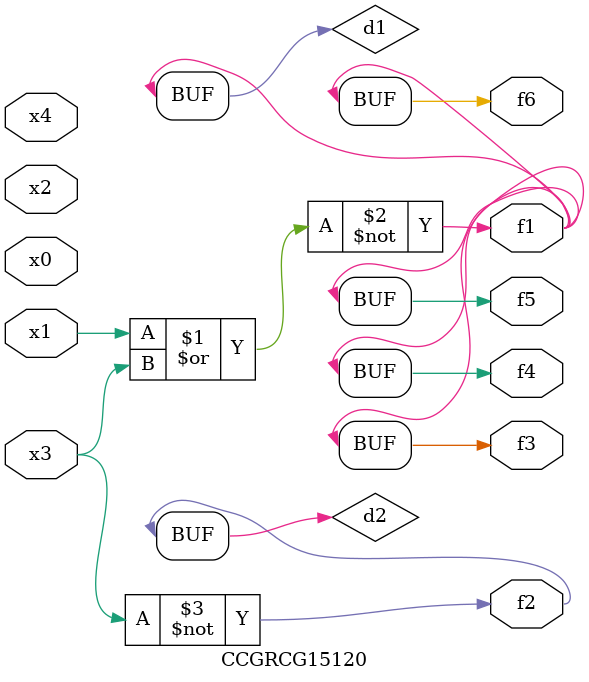
<source format=v>
module CCGRCG15120(
	input x0, x1, x2, x3, x4,
	output f1, f2, f3, f4, f5, f6
);

	wire d1, d2;

	nor (d1, x1, x3);
	not (d2, x3);
	assign f1 = d1;
	assign f2 = d2;
	assign f3 = d1;
	assign f4 = d1;
	assign f5 = d1;
	assign f6 = d1;
endmodule

</source>
